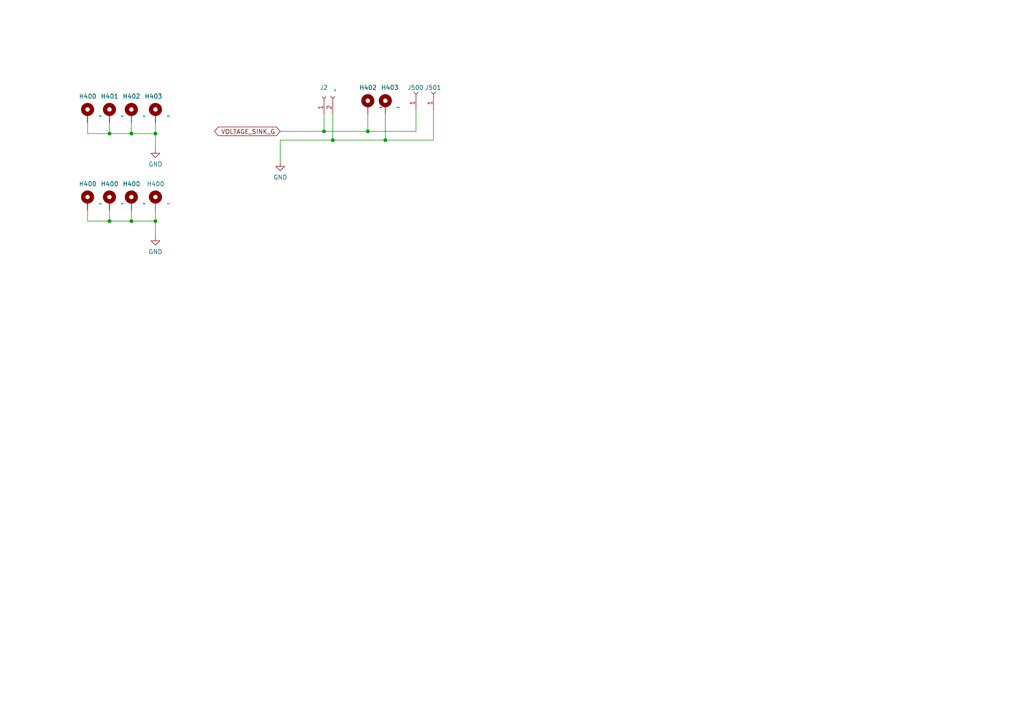
<source format=kicad_sch>
(kicad_sch (version 20230121) (generator eeschema)
  (paper "A4")
  (lib_symbols
    (symbol "Connector:Conn_01x01_Socket" (pin_names (offset 1.016) hide)
      (property "Reference" "J" (at 0 2.54 0))
      (property "Value" "Conn_01x01_Socket" (at 0 -2.54 0))
      (symbol "Conn_01x01_Socket_1_1"
        (polyline (pts (xy -1.27 0) (xy -0.508 0)) (stroke (width 0.1524)))
        (arc (start 0 0.508) (mid -0.5058 0) (end 0 -0.508) (stroke (width 0.1524)))
        (pin passive line (at -5.08 0 0) (length 3.81) (name "Pin_1") (number "1"))
      )
    )
    (symbol "Connector:Conn_01x02_Socket" (pin_names (offset 1.016) hide)
      (property "Reference" "J" (at 0 2.54 0))
      (property "Value" "Conn_01x02_Socket" (at 0 -5.08 0))
      (symbol "Conn_01x02_Socket_1_1"
        (arc (start 0 -2.032) (mid -0.5058 -2.54) (end 0 -3.048) (stroke (width 0.1524)))
        (polyline (pts (xy -1.27 -2.54) (xy -0.508 -2.54)) (stroke (width 0.1524)))
        (polyline (pts (xy -1.27 0) (xy -0.508 0)) (stroke (width 0.1524)))
        (arc (start 0 0.508) (mid -0.5058 0) (end 0 -0.508) (stroke (width 0.1524)))
        (pin passive line (at -5.08 0 0) (length 3.81) (name "Pin_1") (number "1"))
        (pin passive line (at -5.08 -2.54 0) (length 3.81) (name "Pin_2") (number "2"))
      )
    )
    (symbol "Mechanical:MountingHole_Pad" (pin_numbers hide) (pin_names (offset 1.016) hide)
      (property "Reference" "H" (at 0 6.35 0))
      (property "Value" "MountingHole_Pad" (at 0 4.445 0))
      (symbol "MountingHole_Pad_0_1"
        (circle (center 0 1.27) (radius 1.27) (stroke (width 1.27)))
      )
      (symbol "MountingHole_Pad_1_1"
        (pin input line (at 0 -2.54 90) (length 2.54) (name "1") (number "1"))
      )
    )
    (symbol "power:GND" (power) (pin_names (offset 0))
      (property "Value" "GND" (at 0 -3.81 0))
      (symbol "GND_0_1"
        (polyline (pts (xy 0 0) (xy 0 -1.27) (xy 1.27 -1.27) (xy 0 -2.54) (xy -1.27 -1.27) (xy 0 -1.27)))
      )
      (symbol "GND_1_1"
        (pin power_in line (at 0 0 270) (length 0) hide (name "GND") (number "1"))
      )
    )
  )
  (junction (at 38.1 38.735))
  (junction (at 45.085 38.735))
  (junction (at 38.1 64.135))
  (junction (at 93.98 38.1))
  (junction (at 45.085 64.135))
  (junction (at 31.75 38.735))
  (junction (at 31.75 64.135))
  (junction (at 106.68 38.1))
  (junction (at 96.52 40.64))
  (junction (at 111.76 40.64))
  (wire (pts (xy 106.68 38.1) (xy 120.65 38.1)))
  (wire (pts (xy 45.085 38.735) (xy 45.085 43.18)))
  (wire (pts (xy 38.1 64.135) (xy 45.085 64.135)))
  (wire (pts (xy 125.73 40.64) (xy 111.76 40.64)))
  (wire (pts (xy 96.52 33.02) (xy 96.52 40.64)))
  (wire (pts (xy 31.75 35.56) (xy 31.75 38.735)))
  (wire (pts (xy 93.98 38.1) (xy 106.68 38.1)))
  (wire (pts (xy 106.68 33.02) (xy 106.68 38.1)))
  (wire (pts (xy 25.4 64.135) (xy 31.75 64.135)))
  (wire (pts (xy 81.28 38.1) (xy 93.98 38.1)))
  (wire (pts (xy 81.28 40.64) (xy 81.28 46.99)))
  (wire (pts (xy 120.65 31.75) (xy 120.65 38.1)))
  (wire (pts (xy 93.98 33.02) (xy 93.98 38.1)))
  (wire (pts (xy 45.085 64.135) (xy 45.085 68.58)))
  (wire (pts (xy 45.085 60.96) (xy 45.085 64.135)))
  (wire (pts (xy 96.52 40.64) (xy 111.76 40.64)))
  (wire (pts (xy 25.4 35.56) (xy 25.4 38.735)))
  (wire (pts (xy 31.75 60.96) (xy 31.75 64.135)))
  (wire (pts (xy 125.73 31.75) (xy 125.73 40.64)))
  (wire (pts (xy 45.085 35.56) (xy 45.085 38.735)))
  (wire (pts (xy 38.1 35.56) (xy 38.1 38.735)))
  (wire (pts (xy 96.52 40.64) (xy 81.28 40.64)))
  (wire (pts (xy 38.1 60.96) (xy 38.1 64.135)))
  (wire (pts (xy 38.1 38.735) (xy 45.085 38.735)))
  (wire (pts (xy 25.4 60.96) (xy 25.4 64.135)))
  (wire (pts (xy 111.76 33.02) (xy 111.76 40.64)))
  (wire (pts (xy 31.75 38.735) (xy 38.1 38.735)))
  (wire (pts (xy 25.4 38.735) (xy 31.75 38.735)))
  (wire (pts (xy 31.75 64.135) (xy 38.1 64.135)))
  (global_label "VOLTAGE_SINK_G" (shape bidirectional) (at 81.28 38.1 180) (property "Intersheetrefs" "${INTERSHEET_REFS}" (effects hide)))
  (symbol (lib_id "power:GND") (at 45.085 43.18 0) (unit 1)
    (property "Reference" "#PWR06" (effects hide))
    (property "Value" "GND" (at 45.085 47.625 0))
    (instances (project "business_card" (path "" (reference "#PWR06") (unit 1))) (project "current_sink_dev" (path "" (reference "#PWR0413") (unit 1)) (path "" (reference "#PWR0505") (unit 1))))
  )
  (symbol (lib_id "Connector:Conn_01x02_Socket") (at 93.98 27.94 90) (unit 1)
    (property "Reference" "J2" (at 92.71 25.4 90) (effects (justify right)))
    (property "Value" "~" (at 97.155 26.67 0) (effects (justify left)))
    (property "Footprint" "Connector_PinHeader_2.54mm:PinHeader_1x02_P2.54mm_Vertical" (effects hide))
    (instances (project "current_sink_dev" (path "" (reference "J2") (unit 1)) (path "" (reference "J502") (unit 1))))
  )
  (symbol (lib_id "power:GND") (at 81.28 46.99 0) (unit 1)
    (property "Reference" "#PWR033" (effects hide))
    (property "Value" "GND" (at 81.28 51.435 0))
    (instances (project "current_sink_dev" (path "" (reference "#PWR033") (unit 1)) (path "" (reference "#PWR04") (unit 1)) (path "" (reference "#PWR0504") (unit 1))))
  )
  (symbol (lib_id "Mechanical:MountingHole_Pad") (at 31.75 33.02 0) (unit 1)
    (property "Reference" "H401" (at 29.21 27.94 0) (effects (justify left)))
    (property "Value" "~" (at 34.925 33.655 0) (effects (justify left)))
    (property "Footprint" "MountingHole:MountingHole_3.2mm_M3_Pad_Via" (effects hide))
    (instances (project "current_sink_dev" (path "" (reference "H401") (unit 1)) (path "" (reference "H503") (unit 1))))
  )
  (symbol (lib_id "Mechanical:MountingHole_Pad") (at 25.4 33.02 0) (unit 1)
    (property "Reference" "H400" (at 22.86 27.94 0) (effects (justify left)))
    (property "Value" "~" (at 28.575 33.655 0) (effects (justify left)))
    (property "Footprint" "MountingHole:MountingHole_3.2mm_M3_Pad_Via" (effects hide))
    (instances (project "current_sink_dev" (path "" (reference "H400") (unit 1)) (path "" (reference "H502") (unit 1))))
  )
  (symbol (lib_id "Connector:Conn_01x01_Socket") (at 120.65 26.67 90) (unit 1)
    (property "Reference" "J500" (at 118.11 25.4 90) (effects (justify right)))
    (property "Value" "Conn_01x01_Socket" (effects hide))
    (property "Footprint" "Connector:Banana_Cliff_FCR7350x_S16N-PC_Horizontal" (effects hide))
  )
  (symbol (lib_id "power:GND") (at 45.085 68.58 0) (unit 1)
    (property "Reference" "#PWR06" (effects hide))
    (property "Value" "GND" (at 45.085 73.025 0))
    (instances (project "business_card" (path "" (reference "#PWR06") (unit 1))) (project "current_sink_dev" (path "" (reference "#PWR0413") (unit 1)) (path "" (reference "#PWR0513") (unit 1))))
  )
  (symbol (lib_id "Connector:Conn_01x01_Socket") (at 125.73 26.67 90) (unit 1)
    (property "Reference" "J501" (at 123.19 25.4 90) (effects (justify right)))
    (property "Value" "Conn_01x01_Socket" (effects hide))
    (property "Footprint" "Connector:Banana_Cliff_FCR7350x_S16N-PC_Horizontal" (effects hide))
  )
  (symbol (lib_id "Mechanical:MountingHole_Pad") (at 111.76 30.48 0) (unit 1)
    (property "Reference" "H403" (at 110.49 25.4 0) (effects (justify left)))
    (property "Value" "~" (at 114.935 31.115 0) (effects (justify left)))
    (property "Footprint" "MountingHole:MountingHole_3.2mm_M3_Pad_Via" (effects hide))
    (instances (project "current_sink_dev" (path "" (reference "H403") (unit 1)) (path "" (reference "H501") (unit 1))))
  )
  (symbol (lib_id "Mechanical:MountingHole_Pad") (at 25.4 58.42 0) (unit 1)
    (property "Reference" "H400" (at 22.86 53.34 0) (effects (justify left)))
    (property "Value" "~" (at 28.575 59.055 0) (effects (justify left)))
    (property "Footprint" "MountingHole:MountingHole_2.2mm_M2_ISO7380_Pad_TopOnly" (effects hide))
    (instances (project "current_sink_dev" (path "" (reference "H400") (unit 1)) (path "" (reference "H506") (unit 1))))
  )
  (symbol (lib_id "Mechanical:MountingHole_Pad") (at 106.68 30.48 0) (unit 1)
    (property "Reference" "H402" (at 104.14 25.4 0) (effects (justify left)))
    (property "Value" "~" (at 109.855 31.115 0) (effects (justify left)))
    (property "Footprint" "MountingHole:MountingHole_3.2mm_M3_Pad_Via" (effects hide))
    (instances (project "current_sink_dev" (path "" (reference "H402") (unit 1)) (path "" (reference "H500") (unit 1))))
  )
  (symbol (lib_id "Mechanical:MountingHole_Pad") (at 45.085 58.42 0) (unit 1)
    (property "Reference" "H400" (at 42.545 53.34 0) (effects (justify left)))
    (property "Value" "~" (at 48.26 59.055 0) (effects (justify left)))
    (property "Footprint" "MountingHole:MountingHole_2.2mm_M2_ISO7380_Pad_TopOnly" (effects hide))
    (instances (project "current_sink_dev" (path "" (reference "H400") (unit 1)) (path "" (reference "H509") (unit 1))))
  )
  (symbol (lib_id "Mechanical:MountingHole_Pad") (at 38.1 33.02 0) (unit 1)
    (property "Reference" "H402" (at 35.56 27.94 0) (effects (justify left)))
    (property "Value" "~" (at 41.275 33.655 0) (effects (justify left)))
    (property "Footprint" "MountingHole:MountingHole_3.2mm_M3_Pad_Via" (effects hide))
    (instances (project "current_sink_dev" (path "" (reference "H402") (unit 1)) (path "" (reference "H504") (unit 1))))
  )
  (symbol (lib_id "Mechanical:MountingHole_Pad") (at 31.75 58.42 0) (unit 1)
    (property "Reference" "H400" (at 29.21 53.34 0) (effects (justify left)))
    (property "Value" "~" (at 34.925 59.055 0) (effects (justify left)))
    (property "Footprint" "MountingHole:MountingHole_2.2mm_M2_ISO7380_Pad_TopOnly" (effects hide))
    (instances (project "current_sink_dev" (path "" (reference "H400") (unit 1)) (path "" (reference "H507") (unit 1))))
  )
  (symbol (lib_id "Mechanical:MountingHole_Pad") (at 38.1 58.42 0) (unit 1)
    (property "Reference" "H400" (at 35.56 53.34 0) (effects (justify left)))
    (property "Value" "~" (at 41.275 59.055 0) (effects (justify left)))
    (property "Footprint" "MountingHole:MountingHole_2.2mm_M2_ISO7380_Pad_TopOnly" (effects hide))
    (instances (project "current_sink_dev" (path "" (reference "H400") (unit 1)) (path "" (reference "H508") (unit 1))))
  )
  (symbol (lib_id "Mechanical:MountingHole_Pad") (at 45.085 33.02 0) (unit 1)
    (property "Reference" "H403" (at 41.91 27.94 0) (effects (justify left)))
    (property "Value" "~" (at 48.26 33.655 0) (effects (justify left)))
    (property "Footprint" "MountingHole:MountingHole_3.2mm_M3_Pad_Via" (effects hide))
    (instances (project "current_sink_dev" (path "" (reference "H403") (unit 1)) (path "" (reference "H505") (unit 1))))
  )
)
</source>
